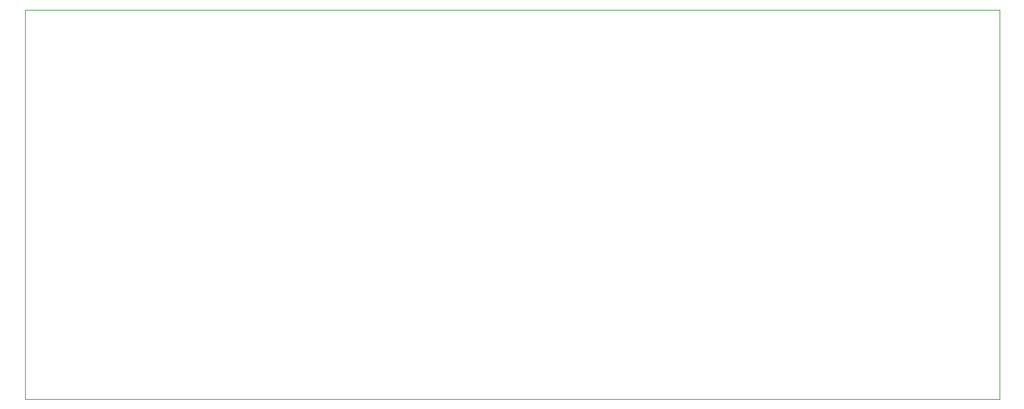
<source format=gbr>
G04 #@! TF.FileFunction,Profile,NP*
%FSLAX46Y46*%
G04 Gerber Fmt 4.6, Leading zero omitted, Abs format (unit mm)*
G04 Created by KiCad (PCBNEW 4.0.7) date 03/24/18 13:01:43*
%MOMM*%
%LPD*%
G01*
G04 APERTURE LIST*
%ADD10C,0.100000*%
G04 APERTURE END LIST*
D10*
X25000000Y-75000000D02*
X25000000Y-25000000D01*
X150000000Y-75000000D02*
X25000000Y-75000000D01*
X150000000Y-25000000D02*
X150000000Y-75000000D01*
X25000000Y-25000000D02*
X150000000Y-25000000D01*
M02*

</source>
